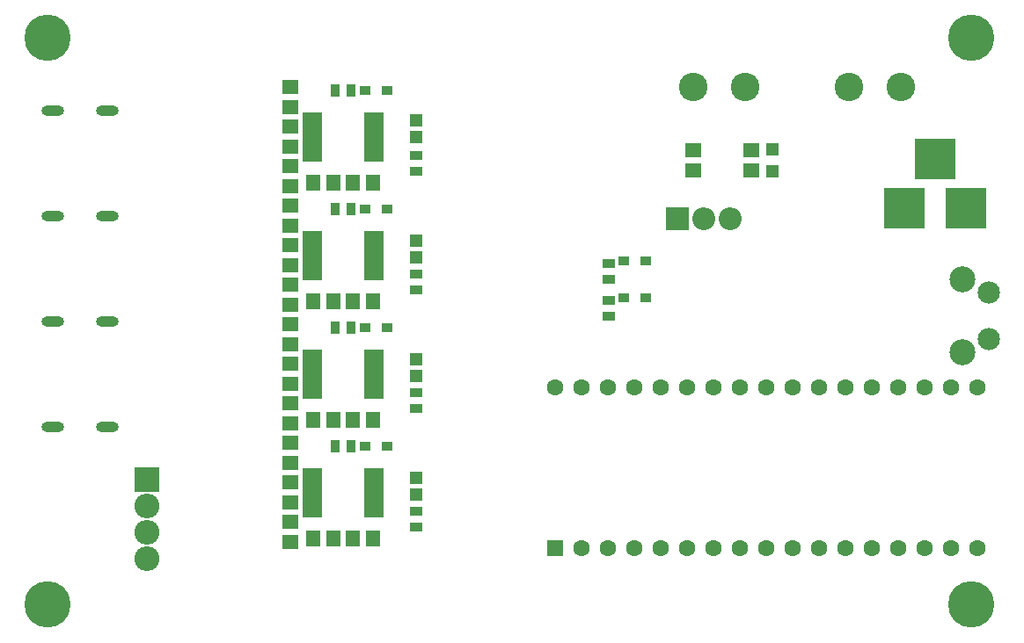
<source format=gbr>
G04 #@! TF.FileFunction,Soldermask,Top*
%FSLAX46Y46*%
G04 Gerber Fmt 4.6, Leading zero omitted, Abs format (unit mm)*
G04 Created by KiCad (PCBNEW 4.0.7) date 12/13/17 11:19:57*
%MOMM*%
%LPD*%
G01*
G04 APERTURE LIST*
%ADD10C,0.100000*%
%ADD11C,4.464000*%
%ADD12C,2.750000*%
%ADD13R,1.850000X0.850000*%
%ADD14R,1.650000X1.400000*%
%ADD15R,1.400000X1.650000*%
%ADD16R,1.000000X0.850000*%
%ADD17R,1.300000X1.200000*%
%ADD18R,1.300000X0.900000*%
%ADD19R,0.900000X1.300000*%
%ADD20R,2.200000X2.200000*%
%ADD21O,2.200000X2.200000*%
%ADD22R,3.900000X3.900000*%
%ADD23C,2.500000*%
%ADD24C,2.150000*%
%ADD25O,2.200000X1.000000*%
%ADD26R,1.200000X1.200000*%
%ADD27O,2.398980X2.398980*%
%ADD28R,2.398980X2.398980*%
%ADD29C,1.600000*%
%ADD30R,1.600000X1.600000*%
G04 APERTURE END LIST*
D10*
D11*
X207645000Y-142875000D03*
X118745000Y-142875000D03*
X118745000Y-88265000D03*
D12*
X195848000Y-92964000D03*
X200848000Y-92964000D03*
X185848000Y-92964000D03*
X180848000Y-92964000D03*
D13*
X144243000Y-130130000D03*
X144243000Y-130780000D03*
X144243000Y-131430000D03*
X144243000Y-132080000D03*
X144243000Y-132730000D03*
X144243000Y-133380000D03*
X144243000Y-134030000D03*
X150143000Y-134030000D03*
X150143000Y-133380000D03*
X150143000Y-132730000D03*
X150143000Y-132080000D03*
X150143000Y-131430000D03*
X150143000Y-130780000D03*
X150143000Y-130130000D03*
D14*
X186436000Y-101076000D03*
X186436000Y-99076000D03*
X180848000Y-101076000D03*
X180848000Y-99076000D03*
X142113000Y-112030000D03*
X142113000Y-114030000D03*
X142113000Y-100600000D03*
X142113000Y-102600000D03*
X142113000Y-106410000D03*
X142113000Y-104410000D03*
X142113000Y-108220000D03*
X142113000Y-110220000D03*
X142113000Y-94980000D03*
X142113000Y-92980000D03*
X142113000Y-96790000D03*
X142113000Y-98790000D03*
D15*
X146288000Y-113665000D03*
X144288000Y-113665000D03*
X146288000Y-102235000D03*
X144288000Y-102235000D03*
X148098000Y-113665000D03*
X150098000Y-113665000D03*
X148098000Y-102235000D03*
X150098000Y-102235000D03*
D14*
X142113000Y-134890000D03*
X142113000Y-136890000D03*
X142113000Y-123460000D03*
X142113000Y-125460000D03*
X142113000Y-129270000D03*
X142113000Y-127270000D03*
X142113000Y-131080000D03*
X142113000Y-133080000D03*
X142113000Y-117840000D03*
X142113000Y-115840000D03*
X142113000Y-119650000D03*
X142113000Y-121650000D03*
D15*
X146288000Y-136525000D03*
X144288000Y-136525000D03*
X146288000Y-125095000D03*
X144288000Y-125095000D03*
X148098000Y-136525000D03*
X150098000Y-136525000D03*
X148098000Y-125095000D03*
X150098000Y-125095000D03*
D16*
X176310000Y-113284000D03*
X174210000Y-113284000D03*
X176310000Y-109728000D03*
X174210000Y-109728000D03*
X151418000Y-104775000D03*
X149318000Y-104775000D03*
X151418000Y-93345000D03*
X149318000Y-93345000D03*
X151418000Y-127635000D03*
X149318000Y-127635000D03*
X151418000Y-116205000D03*
X149318000Y-116205000D03*
D17*
X188468000Y-101126000D03*
X188468000Y-99026000D03*
D18*
X172720000Y-115050000D03*
X172720000Y-113550000D03*
X172720000Y-111494000D03*
X172720000Y-109994000D03*
D19*
X146443000Y-104775000D03*
X147943000Y-104775000D03*
X146443000Y-93345000D03*
X147943000Y-93345000D03*
D18*
X154178000Y-112510000D03*
X154178000Y-111010000D03*
X154178000Y-101080000D03*
X154178000Y-99580000D03*
D19*
X146443000Y-127635000D03*
X147943000Y-127635000D03*
X146443000Y-116205000D03*
X147943000Y-116205000D03*
D18*
X154178000Y-135370000D03*
X154178000Y-133870000D03*
X154178000Y-123940000D03*
X154178000Y-122440000D03*
D13*
X144243000Y-107270000D03*
X144243000Y-107920000D03*
X144243000Y-108570000D03*
X144243000Y-109220000D03*
X144243000Y-109870000D03*
X144243000Y-110520000D03*
X144243000Y-111170000D03*
X150143000Y-111170000D03*
X150143000Y-110520000D03*
X150143000Y-109870000D03*
X150143000Y-109220000D03*
X150143000Y-108570000D03*
X150143000Y-107920000D03*
X150143000Y-107270000D03*
X144243000Y-95840000D03*
X144243000Y-96490000D03*
X144243000Y-97140000D03*
X144243000Y-97790000D03*
X144243000Y-98440000D03*
X144243000Y-99090000D03*
X144243000Y-99740000D03*
X150143000Y-99740000D03*
X150143000Y-99090000D03*
X150143000Y-98440000D03*
X150143000Y-97790000D03*
X150143000Y-97140000D03*
X150143000Y-96490000D03*
X150143000Y-95840000D03*
X144243000Y-118700000D03*
X144243000Y-119350000D03*
X144243000Y-120000000D03*
X144243000Y-120650000D03*
X144243000Y-121300000D03*
X144243000Y-121950000D03*
X144243000Y-122600000D03*
X150143000Y-122600000D03*
X150143000Y-121950000D03*
X150143000Y-121300000D03*
X150143000Y-120650000D03*
X150143000Y-120000000D03*
X150143000Y-119350000D03*
X150143000Y-118700000D03*
D20*
X179324000Y-105664000D03*
D21*
X181864000Y-105664000D03*
X184404000Y-105664000D03*
D22*
X201168000Y-104648000D03*
X207168000Y-104648000D03*
X204168000Y-99948000D03*
D23*
X206806000Y-118536000D03*
D24*
X209296000Y-117276000D03*
X209296000Y-112776000D03*
D23*
X206806000Y-111526000D03*
D11*
X207645000Y-88265000D03*
D25*
X124454840Y-105437740D03*
X119242840Y-105437740D03*
X124454840Y-115597740D03*
X119242840Y-115597740D03*
X124454840Y-125757740D03*
X119242840Y-125757740D03*
X124454840Y-95277740D03*
X119242840Y-95277740D03*
D26*
X154178000Y-109385000D03*
X154178000Y-107785000D03*
X154178000Y-97828000D03*
X154178000Y-96228000D03*
X154178000Y-132245000D03*
X154178000Y-130645000D03*
X154178000Y-120815000D03*
X154178000Y-119215000D03*
D27*
X128270000Y-138430000D03*
D28*
X128270000Y-130810000D03*
D27*
X128270000Y-133350000D03*
X128270000Y-135890000D03*
D29*
X167584000Y-121938000D03*
X170124000Y-121938000D03*
X172664000Y-121938000D03*
X175204000Y-121938000D03*
X177744000Y-121938000D03*
X180284000Y-121938000D03*
X182824000Y-121938000D03*
X185364000Y-121938000D03*
X187904000Y-121938000D03*
X190444000Y-121938000D03*
X192984000Y-121938000D03*
X195524000Y-121938000D03*
X198064000Y-121938000D03*
X200604000Y-121938000D03*
X203144000Y-121938000D03*
X205684000Y-121938000D03*
X208224000Y-121938000D03*
D30*
X167584000Y-137430000D03*
D29*
X170124000Y-137430000D03*
X172664000Y-137430000D03*
X175204000Y-137430000D03*
X177744000Y-137430000D03*
X180284000Y-137430000D03*
X182824000Y-137430000D03*
X185364000Y-137430000D03*
X187904000Y-137430000D03*
X190444000Y-137430000D03*
X192984000Y-137430000D03*
X195524000Y-137430000D03*
X198064000Y-137430000D03*
X200604000Y-137430000D03*
X203144000Y-137430000D03*
X205684000Y-137430000D03*
X208224000Y-137430000D03*
M02*

</source>
